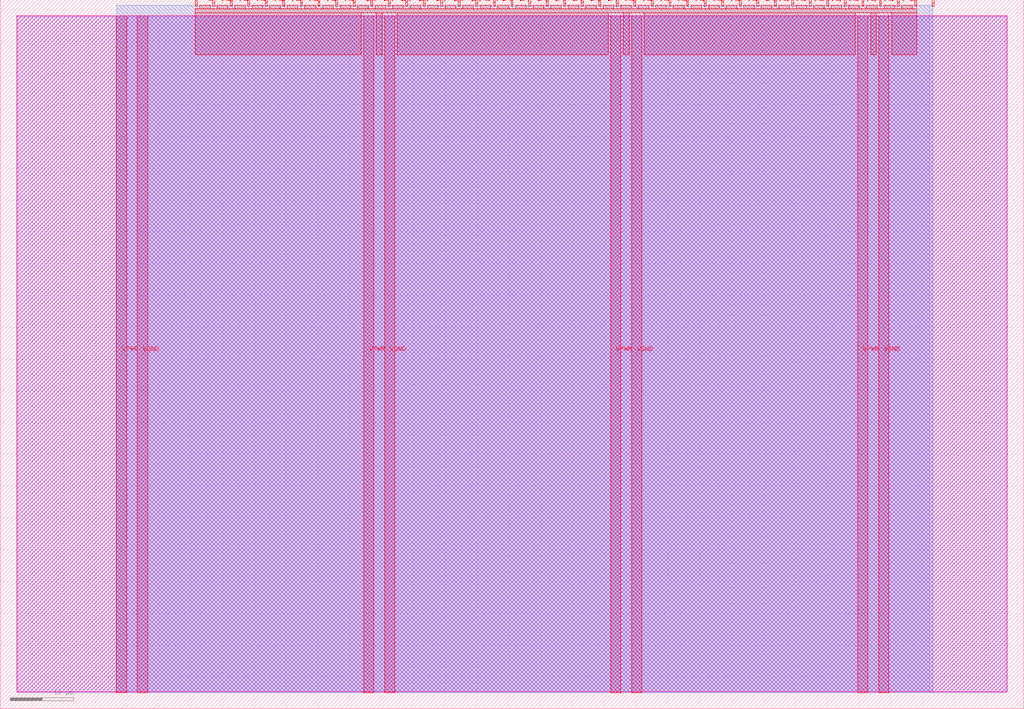
<source format=lef>
VERSION 5.7 ;
  NOWIREEXTENSIONATPIN ON ;
  DIVIDERCHAR "/" ;
  BUSBITCHARS "[]" ;
MACRO tt_um_endecoder_workfefra
  CLASS BLOCK ;
  FOREIGN tt_um_endecoder_workfefra ;
  ORIGIN 0.000 0.000 ;
  SIZE 161.000 BY 111.520 ;
  PIN VGND
    DIRECTION INOUT ;
    USE GROUND ;
    PORT
      LAYER met4 ;
        RECT 21.580 2.480 23.180 109.040 ;
    END
    PORT
      LAYER met4 ;
        RECT 60.450 2.480 62.050 109.040 ;
    END
    PORT
      LAYER met4 ;
        RECT 99.320 2.480 100.920 109.040 ;
    END
    PORT
      LAYER met4 ;
        RECT 138.190 2.480 139.790 109.040 ;
    END
  END VGND
  PIN VPWR
    DIRECTION INOUT ;
    USE POWER ;
    PORT
      LAYER met4 ;
        RECT 18.280 2.480 19.880 109.040 ;
    END
    PORT
      LAYER met4 ;
        RECT 57.150 2.480 58.750 109.040 ;
    END
    PORT
      LAYER met4 ;
        RECT 96.020 2.480 97.620 109.040 ;
    END
    PORT
      LAYER met4 ;
        RECT 134.890 2.480 136.490 109.040 ;
    END
  END VPWR
  PIN clk
    DIRECTION INPUT ;
    USE SIGNAL ;
    ANTENNAGATEAREA 0.852000 ;
    PORT
      LAYER met4 ;
        RECT 143.830 110.520 144.130 111.520 ;
    END
  END clk
  PIN ena
    DIRECTION INPUT ;
    USE SIGNAL ;
    PORT
      LAYER met4 ;
        RECT 146.590 110.520 146.890 111.520 ;
    END
  END ena
  PIN rst_n
    DIRECTION INPUT ;
    USE SIGNAL ;
    ANTENNAGATEAREA 0.213000 ;
    PORT
      LAYER met4 ;
        RECT 141.070 110.520 141.370 111.520 ;
    END
  END rst_n
  PIN ui_in[0]
    DIRECTION INPUT ;
    USE SIGNAL ;
    ANTENNAGATEAREA 0.196500 ;
    PORT
      LAYER met4 ;
        RECT 138.310 110.520 138.610 111.520 ;
    END
  END ui_in[0]
  PIN ui_in[1]
    DIRECTION INPUT ;
    USE SIGNAL ;
    ANTENNAGATEAREA 0.196500 ;
    PORT
      LAYER met4 ;
        RECT 135.550 110.520 135.850 111.520 ;
    END
  END ui_in[1]
  PIN ui_in[2]
    DIRECTION INPUT ;
    USE SIGNAL ;
    ANTENNAGATEAREA 0.196500 ;
    PORT
      LAYER met4 ;
        RECT 132.790 110.520 133.090 111.520 ;
    END
  END ui_in[2]
  PIN ui_in[3]
    DIRECTION INPUT ;
    USE SIGNAL ;
    ANTENNAGATEAREA 0.196500 ;
    PORT
      LAYER met4 ;
        RECT 130.030 110.520 130.330 111.520 ;
    END
  END ui_in[3]
  PIN ui_in[4]
    DIRECTION INPUT ;
    USE SIGNAL ;
    ANTENNAGATEAREA 0.196500 ;
    PORT
      LAYER met4 ;
        RECT 127.270 110.520 127.570 111.520 ;
    END
  END ui_in[4]
  PIN ui_in[5]
    DIRECTION INPUT ;
    USE SIGNAL ;
    ANTENNAGATEAREA 0.196500 ;
    PORT
      LAYER met4 ;
        RECT 124.510 110.520 124.810 111.520 ;
    END
  END ui_in[5]
  PIN ui_in[6]
    DIRECTION INPUT ;
    USE SIGNAL ;
    ANTENNAGATEAREA 0.196500 ;
    PORT
      LAYER met4 ;
        RECT 121.750 110.520 122.050 111.520 ;
    END
  END ui_in[6]
  PIN ui_in[7]
    DIRECTION INPUT ;
    USE SIGNAL ;
    ANTENNAGATEAREA 0.196500 ;
    PORT
      LAYER met4 ;
        RECT 118.990 110.520 119.290 111.520 ;
    END
  END ui_in[7]
  PIN uio_in[0]
    DIRECTION INPUT ;
    USE SIGNAL ;
    ANTENNAGATEAREA 0.196500 ;
    PORT
      LAYER met4 ;
        RECT 116.230 110.520 116.530 111.520 ;
    END
  END uio_in[0]
  PIN uio_in[1]
    DIRECTION INPUT ;
    USE SIGNAL ;
    ANTENNAGATEAREA 0.196500 ;
    PORT
      LAYER met4 ;
        RECT 113.470 110.520 113.770 111.520 ;
    END
  END uio_in[1]
  PIN uio_in[2]
    DIRECTION INPUT ;
    USE SIGNAL ;
    PORT
      LAYER met4 ;
        RECT 110.710 110.520 111.010 111.520 ;
    END
  END uio_in[2]
  PIN uio_in[3]
    DIRECTION INPUT ;
    USE SIGNAL ;
    PORT
      LAYER met4 ;
        RECT 107.950 110.520 108.250 111.520 ;
    END
  END uio_in[3]
  PIN uio_in[4]
    DIRECTION INPUT ;
    USE SIGNAL ;
    PORT
      LAYER met4 ;
        RECT 105.190 110.520 105.490 111.520 ;
    END
  END uio_in[4]
  PIN uio_in[5]
    DIRECTION INPUT ;
    USE SIGNAL ;
    PORT
      LAYER met4 ;
        RECT 102.430 110.520 102.730 111.520 ;
    END
  END uio_in[5]
  PIN uio_in[6]
    DIRECTION INPUT ;
    USE SIGNAL ;
    PORT
      LAYER met4 ;
        RECT 99.670 110.520 99.970 111.520 ;
    END
  END uio_in[6]
  PIN uio_in[7]
    DIRECTION INPUT ;
    USE SIGNAL ;
    PORT
      LAYER met4 ;
        RECT 96.910 110.520 97.210 111.520 ;
    END
  END uio_in[7]
  PIN uio_oe[0]
    DIRECTION OUTPUT ;
    USE SIGNAL ;
    PORT
      LAYER met4 ;
        RECT 49.990 110.520 50.290 111.520 ;
    END
  END uio_oe[0]
  PIN uio_oe[1]
    DIRECTION OUTPUT ;
    USE SIGNAL ;
    PORT
      LAYER met4 ;
        RECT 47.230 110.520 47.530 111.520 ;
    END
  END uio_oe[1]
  PIN uio_oe[2]
    DIRECTION OUTPUT ;
    USE SIGNAL ;
    PORT
      LAYER met4 ;
        RECT 44.470 110.520 44.770 111.520 ;
    END
  END uio_oe[2]
  PIN uio_oe[3]
    DIRECTION OUTPUT ;
    USE SIGNAL ;
    PORT
      LAYER met4 ;
        RECT 41.710 110.520 42.010 111.520 ;
    END
  END uio_oe[3]
  PIN uio_oe[4]
    DIRECTION OUTPUT ;
    USE SIGNAL ;
    PORT
      LAYER met4 ;
        RECT 38.950 110.520 39.250 111.520 ;
    END
  END uio_oe[4]
  PIN uio_oe[5]
    DIRECTION OUTPUT ;
    USE SIGNAL ;
    PORT
      LAYER met4 ;
        RECT 36.190 110.520 36.490 111.520 ;
    END
  END uio_oe[5]
  PIN uio_oe[6]
    DIRECTION OUTPUT ;
    USE SIGNAL ;
    PORT
      LAYER met4 ;
        RECT 33.430 110.520 33.730 111.520 ;
    END
  END uio_oe[6]
  PIN uio_oe[7]
    DIRECTION OUTPUT ;
    USE SIGNAL ;
    PORT
      LAYER met4 ;
        RECT 30.670 110.520 30.970 111.520 ;
    END
  END uio_oe[7]
  PIN uio_out[0]
    DIRECTION OUTPUT ;
    USE SIGNAL ;
    PORT
      LAYER met4 ;
        RECT 72.070 110.520 72.370 111.520 ;
    END
  END uio_out[0]
  PIN uio_out[1]
    DIRECTION OUTPUT ;
    USE SIGNAL ;
    PORT
      LAYER met4 ;
        RECT 69.310 110.520 69.610 111.520 ;
    END
  END uio_out[1]
  PIN uio_out[2]
    DIRECTION OUTPUT ;
    USE SIGNAL ;
    PORT
      LAYER met4 ;
        RECT 66.550 110.520 66.850 111.520 ;
    END
  END uio_out[2]
  PIN uio_out[3]
    DIRECTION OUTPUT ;
    USE SIGNAL ;
    PORT
      LAYER met4 ;
        RECT 63.790 110.520 64.090 111.520 ;
    END
  END uio_out[3]
  PIN uio_out[4]
    DIRECTION OUTPUT ;
    USE SIGNAL ;
    PORT
      LAYER met4 ;
        RECT 61.030 110.520 61.330 111.520 ;
    END
  END uio_out[4]
  PIN uio_out[5]
    DIRECTION OUTPUT ;
    USE SIGNAL ;
    PORT
      LAYER met4 ;
        RECT 58.270 110.520 58.570 111.520 ;
    END
  END uio_out[5]
  PIN uio_out[6]
    DIRECTION OUTPUT ;
    USE SIGNAL ;
    PORT
      LAYER met4 ;
        RECT 55.510 110.520 55.810 111.520 ;
    END
  END uio_out[6]
  PIN uio_out[7]
    DIRECTION OUTPUT ;
    USE SIGNAL ;
    PORT
      LAYER met4 ;
        RECT 52.750 110.520 53.050 111.520 ;
    END
  END uio_out[7]
  PIN uo_out[0]
    DIRECTION OUTPUT ;
    USE SIGNAL ;
    ANTENNAGATEAREA 0.126000 ;
    ANTENNADIFFAREA 0.891000 ;
    PORT
      LAYER met4 ;
        RECT 94.150 110.520 94.450 111.520 ;
    END
  END uo_out[0]
  PIN uo_out[1]
    DIRECTION OUTPUT ;
    USE SIGNAL ;
    ANTENNAGATEAREA 0.126000 ;
    ANTENNADIFFAREA 0.891000 ;
    PORT
      LAYER met4 ;
        RECT 91.390 110.520 91.690 111.520 ;
    END
  END uo_out[1]
  PIN uo_out[2]
    DIRECTION OUTPUT ;
    USE SIGNAL ;
    ANTENNAGATEAREA 0.126000 ;
    ANTENNADIFFAREA 0.891000 ;
    PORT
      LAYER met4 ;
        RECT 88.630 110.520 88.930 111.520 ;
    END
  END uo_out[2]
  PIN uo_out[3]
    DIRECTION OUTPUT ;
    USE SIGNAL ;
    ANTENNAGATEAREA 0.126000 ;
    ANTENNADIFFAREA 0.891000 ;
    PORT
      LAYER met4 ;
        RECT 85.870 110.520 86.170 111.520 ;
    END
  END uo_out[3]
  PIN uo_out[4]
    DIRECTION OUTPUT ;
    USE SIGNAL ;
    ANTENNADIFFAREA 0.445500 ;
    PORT
      LAYER met4 ;
        RECT 83.110 110.520 83.410 111.520 ;
    END
  END uo_out[4]
  PIN uo_out[5]
    DIRECTION OUTPUT ;
    USE SIGNAL ;
    PORT
      LAYER met4 ;
        RECT 80.350 110.520 80.650 111.520 ;
    END
  END uo_out[5]
  PIN uo_out[6]
    DIRECTION OUTPUT ;
    USE SIGNAL ;
    PORT
      LAYER met4 ;
        RECT 77.590 110.520 77.890 111.520 ;
    END
  END uo_out[6]
  PIN uo_out[7]
    DIRECTION OUTPUT ;
    USE SIGNAL ;
    PORT
      LAYER met4 ;
        RECT 74.830 110.520 75.130 111.520 ;
    END
  END uo_out[7]
  OBS
      LAYER nwell ;
        RECT 2.570 2.635 158.430 108.990 ;
      LAYER li1 ;
        RECT 2.760 2.635 158.240 108.885 ;
      LAYER met1 ;
        RECT 2.760 2.480 158.240 109.040 ;
      LAYER met2 ;
        RECT 18.310 2.535 146.640 110.685 ;
      LAYER met3 ;
        RECT 18.290 2.555 146.215 110.665 ;
      LAYER met4 ;
        RECT 31.370 110.120 33.030 110.665 ;
        RECT 34.130 110.120 35.790 110.665 ;
        RECT 36.890 110.120 38.550 110.665 ;
        RECT 39.650 110.120 41.310 110.665 ;
        RECT 42.410 110.120 44.070 110.665 ;
        RECT 45.170 110.120 46.830 110.665 ;
        RECT 47.930 110.120 49.590 110.665 ;
        RECT 50.690 110.120 52.350 110.665 ;
        RECT 53.450 110.120 55.110 110.665 ;
        RECT 56.210 110.120 57.870 110.665 ;
        RECT 58.970 110.120 60.630 110.665 ;
        RECT 61.730 110.120 63.390 110.665 ;
        RECT 64.490 110.120 66.150 110.665 ;
        RECT 67.250 110.120 68.910 110.665 ;
        RECT 70.010 110.120 71.670 110.665 ;
        RECT 72.770 110.120 74.430 110.665 ;
        RECT 75.530 110.120 77.190 110.665 ;
        RECT 78.290 110.120 79.950 110.665 ;
        RECT 81.050 110.120 82.710 110.665 ;
        RECT 83.810 110.120 85.470 110.665 ;
        RECT 86.570 110.120 88.230 110.665 ;
        RECT 89.330 110.120 90.990 110.665 ;
        RECT 92.090 110.120 93.750 110.665 ;
        RECT 94.850 110.120 96.510 110.665 ;
        RECT 97.610 110.120 99.270 110.665 ;
        RECT 100.370 110.120 102.030 110.665 ;
        RECT 103.130 110.120 104.790 110.665 ;
        RECT 105.890 110.120 107.550 110.665 ;
        RECT 108.650 110.120 110.310 110.665 ;
        RECT 111.410 110.120 113.070 110.665 ;
        RECT 114.170 110.120 115.830 110.665 ;
        RECT 116.930 110.120 118.590 110.665 ;
        RECT 119.690 110.120 121.350 110.665 ;
        RECT 122.450 110.120 124.110 110.665 ;
        RECT 125.210 110.120 126.870 110.665 ;
        RECT 127.970 110.120 129.630 110.665 ;
        RECT 130.730 110.120 132.390 110.665 ;
        RECT 133.490 110.120 135.150 110.665 ;
        RECT 136.250 110.120 137.910 110.665 ;
        RECT 139.010 110.120 140.670 110.665 ;
        RECT 141.770 110.120 143.430 110.665 ;
        RECT 30.655 109.440 144.145 110.120 ;
        RECT 30.655 102.855 56.750 109.440 ;
        RECT 59.150 102.855 60.050 109.440 ;
        RECT 62.450 102.855 95.620 109.440 ;
        RECT 98.020 102.855 98.920 109.440 ;
        RECT 101.320 102.855 134.490 109.440 ;
        RECT 136.890 102.855 137.790 109.440 ;
        RECT 140.190 102.855 144.145 109.440 ;
  END
END tt_um_endecoder_workfefra
END LIBRARY


</source>
